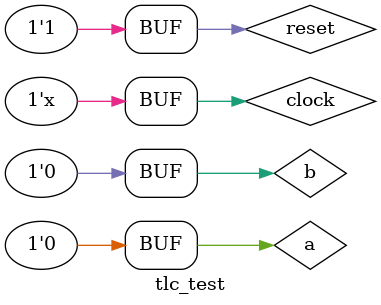
<source format=v>
module tlc(clk,r,ta,tb,ra,ya,ga,rb,yb,gb,state);

    input clk,r,ta,tb;
    parameter garb=3'b000,yarb=3'b001,yarb2=3'b010,ragb=3'b011,rayb=3'b100,rayb2=3'b101;
    output reg ra,ya,ga,rb,yb,gb;
    reg[2:0] next;
    output reg[2:0] state;
    always @(posedge clk or posedge r)
    begin
        if(r)
        begin
            state <= 3'b000;
        end
        else
        begin
            state<=next;
        end
    end
    always @(*)
    begin
    case(state)
    garb:
        begin
        ra<=0;
        ya<=0;
        ga<=1;
        rb<=1;
        yb<=0;
        gb<=0;
        if(ta)
            next=garb;
        else
            next= yarb;
        end
    yarb:
        begin
        ra<=0;
        ya<=1;
        ga<=0;
        rb<=1;
        yb<=0;
        gb<=0;
        next=yarb2;
        end
    yarb2:
        begin
        ra<=0;
        ya<=1;
        ga<=0;
        rb<=1;
        yb<=0;
        gb<=0;
        next=ragb;
        end
    ragb:
        begin
        ra<=1;
        ya<=0;
        ga<=0;
        rb<=0;
        yb<=0;
        gb<=1;
        if(tb)
            next=ragb;
        else
            next= rayb;
        end
    rayb:
        begin
        ra<=1;
        ya<=0;
        ga<=0;
        rb<=0;
        yb<=1;
        gb<=0;
        next=rayb2;
        end
    rayb2:
        begin
        ra<=1;
        ya<=0;
        ga<=0;
        rb<=0;
        yb<=1;
        gb<=0;
        next=garb;
        end

    default:next=garb;
    endcase
    end

endmodule

`timescale 1ns/1ps
module tlc_test;
reg a,b;
reg clock;
reg reset;
wire [2:0]st;
wire RA,RB,YA,YB,GA,GB;

tlc uut(clock,reset,a,b,RA,YA,GA,RB,YB,GB,st);

initial
begin
$dumpfile("tlc.vcd");
$dumpvars(0, tlc_test);
clock=0;
reset=1;
a=1;b=0;
end

always
begin
#5 reset=0;
#2 a=0;
#2 b=1;
#12 b=0;
#1 a=1;
#5 a=0;
#10 reset=1;
end

always
begin
#2 clock<=~clock;
end

endmodule

</source>
